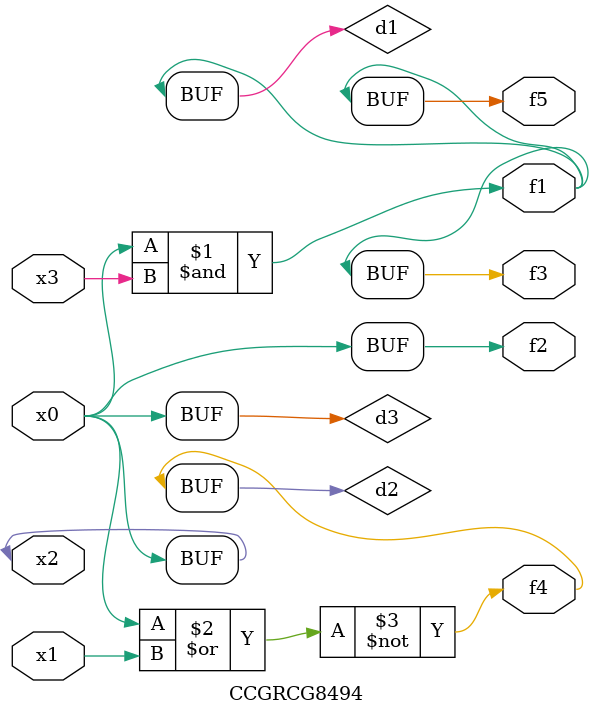
<source format=v>
module CCGRCG8494(
	input x0, x1, x2, x3,
	output f1, f2, f3, f4, f5
);

	wire d1, d2, d3;

	and (d1, x2, x3);
	nor (d2, x0, x1);
	buf (d3, x0, x2);
	assign f1 = d1;
	assign f2 = d3;
	assign f3 = d1;
	assign f4 = d2;
	assign f5 = d1;
endmodule

</source>
